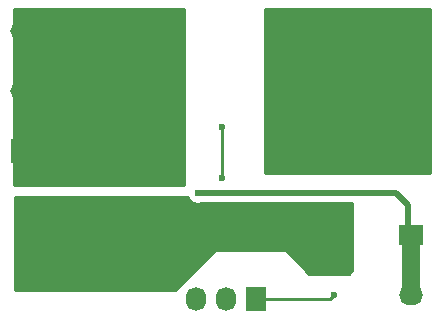
<source format=gbl>
G04 #@! TF.FileFunction,Copper,L2,Bot,Signal*
%FSLAX46Y46*%
G04 Gerber Fmt 4.6, Leading zero omitted, Abs format (unit mm)*
G04 Created by KiCad (PCBNEW 0.201511171411+6319~30~ubuntu15.10.1-product) date Fr 04 Dez 2015 11:52:51 CET*
%MOMM*%
G01*
G04 APERTURE LIST*
%ADD10C,0.100000*%
%ADD11R,1.727200X2.032000*%
%ADD12O,1.727200X2.032000*%
%ADD13R,3.000000X1.727200*%
%ADD14O,3.000000X1.727200*%
%ADD15R,3.000000X2.000000*%
%ADD16R,2.032000X1.727200*%
%ADD17O,2.032000X1.727200*%
%ADD18C,0.600000*%
%ADD19C,1.524000*%
%ADD20C,0.508000*%
%ADD21C,0.254000*%
G04 APERTURE END LIST*
D10*
D11*
X169037000Y-85725000D03*
D12*
X166497000Y-85725000D03*
X163957000Y-85725000D03*
D13*
X181991000Y-62738000D03*
D14*
X181991000Y-67818000D03*
X181991000Y-72898000D03*
D15*
X149733000Y-73152000D03*
D14*
X149733000Y-68072000D03*
X149733000Y-62992000D03*
D16*
X182118000Y-80264000D03*
D17*
X182118000Y-85344000D03*
D18*
X179578000Y-72898000D03*
X179578000Y-71374000D03*
X179578000Y-69850000D03*
X179578000Y-68326000D03*
X179578000Y-66548000D03*
X174244000Y-73152000D03*
X174244000Y-71628000D03*
X174244000Y-70485000D03*
X174244000Y-69088000D03*
X172720000Y-65024000D03*
X171704000Y-65024000D03*
X170688000Y-65024000D03*
X170688000Y-66040000D03*
X171704000Y-66040000D03*
X172720000Y-66040000D03*
X172720000Y-67056000D03*
X171704000Y-67056000D03*
X170688000Y-67056000D03*
X170688000Y-68072000D03*
X171704000Y-68072000D03*
X172720000Y-68072000D03*
X161290000Y-80391000D03*
X176149000Y-82296000D03*
X164084000Y-76708000D03*
X166116000Y-75438000D03*
X166116000Y-71120000D03*
X152400000Y-66802000D03*
X152400000Y-73152000D03*
X152400000Y-71882000D03*
X152400000Y-70612000D03*
X152400000Y-69342000D03*
X152400000Y-68072000D03*
X157988000Y-69215000D03*
X157988000Y-70485000D03*
X157988000Y-68072000D03*
X157988000Y-66548000D03*
X156972000Y-66548000D03*
X156972000Y-65532000D03*
X157988000Y-65532000D03*
X159004000Y-65532000D03*
X161036000Y-66548000D03*
X160020000Y-66548000D03*
X160020000Y-65532000D03*
X161036000Y-65532000D03*
X159004000Y-66548000D03*
X175641000Y-85344000D03*
D19*
X181991000Y-72898000D02*
X179578000Y-72898000D01*
X181991000Y-62738000D02*
X177800000Y-62738000D01*
X177800000Y-62738000D02*
X177292000Y-63246000D01*
X177292000Y-63246000D02*
X177292000Y-66294000D01*
X177292000Y-66294000D02*
X178816000Y-67818000D01*
X178816000Y-67818000D02*
X181991000Y-67818000D01*
D20*
X179578000Y-72898000D02*
X179578000Y-71374000D01*
X179578000Y-69850000D02*
X179578000Y-68326000D01*
D21*
X174244000Y-73152000D02*
X174244000Y-71628000D01*
X174244000Y-70485000D02*
X174244000Y-69088000D01*
X172720000Y-65024000D02*
X171704000Y-65024000D01*
X170688000Y-65024000D02*
X170688000Y-66040000D01*
X171704000Y-66040000D02*
X172720000Y-66040000D01*
X172720000Y-67056000D02*
X171704000Y-67056000D01*
X170688000Y-67056000D02*
X170688000Y-68072000D01*
X171704000Y-68072000D02*
X172720000Y-68072000D01*
D19*
X182118000Y-85344000D02*
X182118000Y-80264000D01*
D20*
X164084000Y-76708000D02*
X180848000Y-76708000D01*
X180848000Y-76708000D02*
X181864000Y-77724000D01*
X181864000Y-77724000D02*
X181864000Y-80010000D01*
X181864000Y-80010000D02*
X182118000Y-80264000D01*
D21*
X166116000Y-75438000D02*
X166116000Y-71120000D01*
D19*
X149733000Y-62992000D02*
X152654000Y-62992000D01*
X152654000Y-62992000D02*
X153162000Y-63500000D01*
X153162000Y-63500000D02*
X153162000Y-66040000D01*
X153162000Y-66040000D02*
X152400000Y-66802000D01*
X149733000Y-68072000D02*
X152908000Y-68072000D01*
X152908000Y-68072000D02*
X152654000Y-68326000D01*
X152654000Y-68326000D02*
X152400000Y-68072000D01*
X149733000Y-73152000D02*
X152400000Y-73152000D01*
D20*
X152400000Y-68072000D02*
X152400000Y-66802000D01*
X152400000Y-73152000D02*
X152400000Y-71882000D01*
X152400000Y-70612000D02*
X152400000Y-69342000D01*
D21*
X157988000Y-69215000D02*
X157988000Y-69088000D01*
X157988000Y-70485000D02*
X157988000Y-69088000D01*
X157988000Y-69088000D02*
X157988000Y-68072000D01*
X159004000Y-66548000D02*
X157988000Y-66548000D01*
X156972000Y-66548000D02*
X156972000Y-65532000D01*
X157988000Y-65532000D02*
X159004000Y-65532000D01*
X161036000Y-66548000D02*
X160020000Y-66548000D01*
X160020000Y-65532000D02*
X161036000Y-65532000D01*
X159004000Y-65532000D02*
X159004000Y-66548000D01*
X169037000Y-85725000D02*
X175260000Y-85725000D01*
X175260000Y-85725000D02*
X175641000Y-85344000D01*
G36*
X162941000Y-76073000D02*
X148513000Y-76073000D01*
X148513000Y-61137000D01*
X162941000Y-61137000D01*
X162941000Y-76073000D01*
X162941000Y-76073000D01*
G37*
X162941000Y-76073000D02*
X148513000Y-76073000D01*
X148513000Y-61137000D01*
X162941000Y-61137000D01*
X162941000Y-76073000D01*
G36*
X183719000Y-75057000D02*
X169799000Y-75057000D01*
X169799000Y-61137000D01*
X183719000Y-61137000D01*
X183719000Y-75057000D01*
X183719000Y-75057000D01*
G37*
X183719000Y-75057000D02*
X169799000Y-75057000D01*
X169799000Y-61137000D01*
X183719000Y-61137000D01*
X183719000Y-75057000D01*
G36*
X163290883Y-77236943D02*
X163553673Y-77500192D01*
X163897201Y-77642838D01*
X164269167Y-77643162D01*
X164380888Y-77597000D01*
X177165000Y-77597000D01*
X177165000Y-83259394D01*
X176858394Y-83566000D01*
X173534606Y-83566000D01*
X171539803Y-81571197D01*
X171497789Y-81543334D01*
X171450000Y-81534000D01*
X165608000Y-81534000D01*
X165558590Y-81544006D01*
X165518197Y-81571197D01*
X162126394Y-84963000D01*
X148590000Y-84963000D01*
X148590000Y-77089000D01*
X163229754Y-77089000D01*
X163290883Y-77236943D01*
X163290883Y-77236943D01*
G37*
X163290883Y-77236943D02*
X163553673Y-77500192D01*
X163897201Y-77642838D01*
X164269167Y-77643162D01*
X164380888Y-77597000D01*
X177165000Y-77597000D01*
X177165000Y-83259394D01*
X176858394Y-83566000D01*
X173534606Y-83566000D01*
X171539803Y-81571197D01*
X171497789Y-81543334D01*
X171450000Y-81534000D01*
X165608000Y-81534000D01*
X165558590Y-81544006D01*
X165518197Y-81571197D01*
X162126394Y-84963000D01*
X148590000Y-84963000D01*
X148590000Y-77089000D01*
X163229754Y-77089000D01*
X163290883Y-77236943D01*
M02*

</source>
